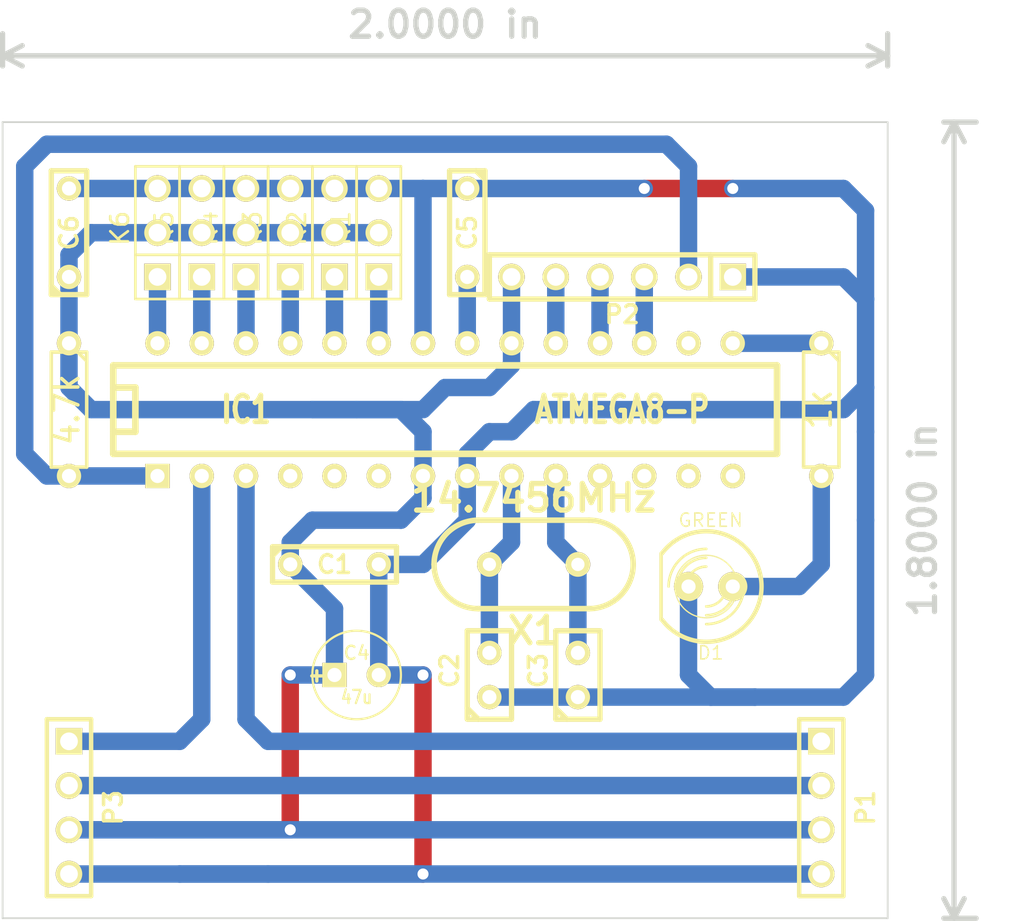
<source format=kicad_pcb>
(kicad_pcb (version 3) (host pcbnew "(22-Jun-2014 BZR 4027)-stable")

  (general
    (links 52)
    (no_connects 0)
    (area 15.189999 16.51 74.72143 67.360001)
    (thickness 1.6)
    (drawings 6)
    (tracks 121)
    (zones 0)
    (modules 20)
    (nets 21)
  )

  (page A4)
  (layers
    (15 F.Cu signal)
    (0 B.Cu signal)
    (16 B.Adhes user)
    (17 F.Adhes user)
    (18 B.Paste user)
    (19 F.Paste user)
    (20 B.SilkS user)
    (21 F.SilkS user)
    (22 B.Mask user)
    (23 F.Mask user)
    (24 Dwgs.User user)
    (25 Cmts.User user)
    (26 Eco1.User user)
    (27 Eco2.User user)
    (28 Edge.Cuts user)
  )

  (setup
    (last_trace_width 0.254)
    (trace_clearance 0.254)
    (zone_clearance 1)
    (zone_45_only no)
    (trace_min 0.254)
    (segment_width 0.2)
    (edge_width 0.1)
    (via_size 0.889)
    (via_drill 0.635)
    (via_min_size 0.889)
    (via_min_drill 0.508)
    (uvia_size 0.508)
    (uvia_drill 0.127)
    (uvias_allowed no)
    (uvia_min_size 0.508)
    (uvia_min_drill 0.127)
    (pcb_text_width 0.3)
    (pcb_text_size 1.5 1.5)
    (mod_edge_width 0.15)
    (mod_text_size 1 1)
    (mod_text_width 0.15)
    (pad_size 1.5 1.5)
    (pad_drill 0.6)
    (pad_to_mask_clearance 0)
    (aux_axis_origin 0 0)
    (visible_elements FFFFFFBF)
    (pcbplotparams
      (layerselection 1)
      (usegerberextensions false)
      (excludeedgelayer false)
      (linewidth 0.150000)
      (plotframeref false)
      (viasonmask true)
      (mode 1)
      (useauxorigin false)
      (hpglpennumber 1)
      (hpglpenspeed 20)
      (hpglpendiameter 15)
      (hpglpenoverlay 2)
      (psnegative false)
      (psa4output false)
      (plotreference true)
      (plotvalue true)
      (plotothertext true)
      (plotinvisibletext false)
      (padsonsilk false)
      (subtractmaskfromsilk false)
      (outputformat 2)
      (mirror false)
      (drillshape 2)
      (scaleselection 1)
      (outputdirectory ""))
  )

  (net 0 "")
  (net 1 +5V)
  (net 2 /BACK)
  (net 3 /RST)
  (net 4 /RXD)
  (net 5 /TXD)
  (net 6 GND)
  (net 7 N-000001)
  (net 8 N-0000010)
  (net 9 N-0000011)
  (net 10 N-000002)
  (net 11 N-0000021)
  (net 12 N-0000023)
  (net 13 N-0000024)
  (net 14 N-0000025)
  (net 15 N-0000026)
  (net 16 N-0000027)
  (net 17 N-0000028)
  (net 18 N-000003)
  (net 19 N-000006)
  (net 20 N-000007)

  (net_class Default "Это класс цепей по умолчанию."
    (clearance 0.254)
    (trace_width 0.254)
    (via_dia 0.889)
    (via_drill 0.635)
    (uvia_dia 0.508)
    (uvia_drill 0.127)
    (add_net "")
    (add_net /BACK)
    (add_net /RST)
    (add_net /RXD)
    (add_net /TXD)
    (add_net N-0000010)
    (add_net N-0000021)
    (add_net N-0000023)
    (add_net N-0000024)
  )

  (net_class Simple ""
    (clearance 0.5)
    (trace_width 1)
    (via_dia 0.889)
    (via_drill 0.635)
    (uvia_dia 0.508)
    (uvia_drill 0.127)
    (add_net +5V)
    (add_net GND)
    (add_net N-000001)
    (add_net N-0000011)
    (add_net N-000002)
    (add_net N-0000025)
    (add_net N-0000026)
    (add_net N-0000027)
    (add_net N-0000028)
    (add_net N-000003)
    (add_net N-000006)
    (add_net N-000007)
  )

  (module R3 (layer F.Cu) (tedit 4E4C0E65) (tstamp 5429E48D)
    (at 62.23 38.1 270)
    (descr "Resitance 3 pas")
    (tags R)
    (path /5429E5B6)
    (autoplace_cost180 10)
    (fp_text reference R2 (at 0 0.127 270) (layer F.SilkS) hide
      (effects (font (size 1.397 1.27) (thickness 0.2032)))
    )
    (fp_text value 1k (at 0 0.127 270) (layer F.SilkS)
      (effects (font (size 1.397 1.27) (thickness 0.2032)))
    )
    (fp_line (start -3.81 0) (end -3.302 0) (layer F.SilkS) (width 0.2032))
    (fp_line (start 3.81 0) (end 3.302 0) (layer F.SilkS) (width 0.2032))
    (fp_line (start 3.302 0) (end 3.302 -1.016) (layer F.SilkS) (width 0.2032))
    (fp_line (start 3.302 -1.016) (end -3.302 -1.016) (layer F.SilkS) (width 0.2032))
    (fp_line (start -3.302 -1.016) (end -3.302 1.016) (layer F.SilkS) (width 0.2032))
    (fp_line (start -3.302 1.016) (end 3.302 1.016) (layer F.SilkS) (width 0.2032))
    (fp_line (start 3.302 1.016) (end 3.302 0) (layer F.SilkS) (width 0.2032))
    (fp_line (start -3.302 -0.508) (end -2.794 -1.016) (layer F.SilkS) (width 0.2032))
    (pad 1 thru_hole circle (at -3.81 0 270) (size 1.397 1.397) (drill 0.8128)
      (layers *.Cu *.Mask F.SilkS)
      (net 19 N-000006)
    )
    (pad 2 thru_hole circle (at 3.81 0 270) (size 1.397 1.397) (drill 0.8128)
      (layers *.Cu *.Mask F.SilkS)
      (net 20 N-000007)
    )
    (model discret/resistor.wrl
      (at (xyz 0 0 0))
      (scale (xyz 0.3 0.3 0.3))
      (rotate (xyz 0 0 0))
    )
  )

  (module R3 (layer F.Cu) (tedit 4E4C0E65) (tstamp 5429E49B)
    (at 19.05 38.1 270)
    (descr "Resitance 3 pas")
    (tags R)
    (path /5429DBA7)
    (autoplace_cost180 10)
    (fp_text reference R1 (at 0 0.127 270) (layer F.SilkS) hide
      (effects (font (size 1.397 1.27) (thickness 0.2032)))
    )
    (fp_text value 4.7k (at 0 0.127 270) (layer F.SilkS)
      (effects (font (size 1.397 1.27) (thickness 0.2032)))
    )
    (fp_line (start -3.81 0) (end -3.302 0) (layer F.SilkS) (width 0.2032))
    (fp_line (start 3.81 0) (end 3.302 0) (layer F.SilkS) (width 0.2032))
    (fp_line (start 3.302 0) (end 3.302 -1.016) (layer F.SilkS) (width 0.2032))
    (fp_line (start 3.302 -1.016) (end -3.302 -1.016) (layer F.SilkS) (width 0.2032))
    (fp_line (start -3.302 -1.016) (end -3.302 1.016) (layer F.SilkS) (width 0.2032))
    (fp_line (start -3.302 1.016) (end 3.302 1.016) (layer F.SilkS) (width 0.2032))
    (fp_line (start 3.302 1.016) (end 3.302 0) (layer F.SilkS) (width 0.2032))
    (fp_line (start -3.302 -0.508) (end -2.794 -1.016) (layer F.SilkS) (width 0.2032))
    (pad 1 thru_hole circle (at -3.81 0 270) (size 1.397 1.397) (drill 0.8128)
      (layers *.Cu *.Mask F.SilkS)
      (net 1 +5V)
    )
    (pad 2 thru_hole circle (at 3.81 0 270) (size 1.397 1.397) (drill 0.8128)
      (layers *.Cu *.Mask F.SilkS)
      (net 3 /RST)
    )
    (model discret/resistor.wrl
      (at (xyz 0 0 0))
      (scale (xyz 0.3 0.3 0.3))
      (rotate (xyz 0 0 0))
    )
  )

  (module PIN_ARRAY_4x1 (layer F.Cu) (tedit 4C10F42E) (tstamp 5429E4A7)
    (at 19.05 60.96 270)
    (descr "Double rangee de contacts 2 x 5 pins")
    (tags CONN)
    (path /5429E19E)
    (fp_text reference P3 (at 0 -2.54 270) (layer F.SilkS)
      (effects (font (size 1.016 1.016) (thickness 0.2032)))
    )
    (fp_text value CONN_4 (at 0 2.54 270) (layer F.SilkS) hide
      (effects (font (size 1.016 1.016) (thickness 0.2032)))
    )
    (fp_line (start 5.08 1.27) (end -5.08 1.27) (layer F.SilkS) (width 0.254))
    (fp_line (start 5.08 -1.27) (end -5.08 -1.27) (layer F.SilkS) (width 0.254))
    (fp_line (start -5.08 -1.27) (end -5.08 1.27) (layer F.SilkS) (width 0.254))
    (fp_line (start 5.08 1.27) (end 5.08 -1.27) (layer F.SilkS) (width 0.254))
    (pad 1 thru_hole rect (at -3.81 0 270) (size 1.524 1.524) (drill 1.016)
      (layers *.Cu *.Mask F.SilkS)
      (net 4 /RXD)
    )
    (pad 2 thru_hole circle (at -1.27 0 270) (size 1.524 1.524) (drill 1.016)
      (layers *.Cu *.Mask F.SilkS)
      (net 2 /BACK)
    )
    (pad 3 thru_hole circle (at 1.27 0 270) (size 1.524 1.524) (drill 1.016)
      (layers *.Cu *.Mask F.SilkS)
      (net 1 +5V)
    )
    (pad 4 thru_hole circle (at 3.81 0 270) (size 1.524 1.524) (drill 1.016)
      (layers *.Cu *.Mask F.SilkS)
      (net 6 GND)
    )
    (model pin_array\pins_array_4x1.wrl
      (at (xyz 0 0 0))
      (scale (xyz 1 1 1))
      (rotate (xyz 0 0 0))
    )
  )

  (module PIN_ARRAY_4x1 (layer F.Cu) (tedit 4C10F42E) (tstamp 5429E4B3)
    (at 62.23 60.96 270)
    (descr "Double rangee de contacts 2 x 5 pins")
    (tags CONN)
    (path /5429E1AD)
    (fp_text reference P1 (at 0 -2.54 270) (layer F.SilkS)
      (effects (font (size 1.016 1.016) (thickness 0.2032)))
    )
    (fp_text value CONN_4 (at 0 2.54 270) (layer F.SilkS) hide
      (effects (font (size 1.016 1.016) (thickness 0.2032)))
    )
    (fp_line (start 5.08 1.27) (end -5.08 1.27) (layer F.SilkS) (width 0.254))
    (fp_line (start 5.08 -1.27) (end -5.08 -1.27) (layer F.SilkS) (width 0.254))
    (fp_line (start -5.08 -1.27) (end -5.08 1.27) (layer F.SilkS) (width 0.254))
    (fp_line (start 5.08 1.27) (end 5.08 -1.27) (layer F.SilkS) (width 0.254))
    (pad 1 thru_hole rect (at -3.81 0 270) (size 1.524 1.524) (drill 1.016)
      (layers *.Cu *.Mask F.SilkS)
      (net 5 /TXD)
    )
    (pad 2 thru_hole circle (at -1.27 0 270) (size 1.524 1.524) (drill 1.016)
      (layers *.Cu *.Mask F.SilkS)
      (net 2 /BACK)
    )
    (pad 3 thru_hole circle (at 1.27 0 270) (size 1.524 1.524) (drill 1.016)
      (layers *.Cu *.Mask F.SilkS)
      (net 1 +5V)
    )
    (pad 4 thru_hole circle (at 3.81 0 270) (size 1.524 1.524) (drill 1.016)
      (layers *.Cu *.Mask F.SilkS)
      (net 6 GND)
    )
    (model pin_array\pins_array_4x1.wrl
      (at (xyz 0 0 0))
      (scale (xyz 1 1 1))
      (rotate (xyz 0 0 0))
    )
  )

  (module PIN_ARRAY_3X1 (layer F.Cu) (tedit 4C1130E0) (tstamp 5429E7B5)
    (at 36.83 27.94 90)
    (descr "Connecteur 3 pins")
    (tags "CONN DEV")
    (path /5429DCA7)
    (fp_text reference K1 (at 0.254 -2.159 90) (layer F.SilkS)
      (effects (font (size 1.016 1.016) (thickness 0.1524)))
    )
    (fp_text value CONN_3 (at 0 -2.159 90) (layer F.SilkS) hide
      (effects (font (size 1.016 1.016) (thickness 0.1524)))
    )
    (fp_line (start -3.81 1.27) (end -3.81 -1.27) (layer F.SilkS) (width 0.1524))
    (fp_line (start -3.81 -1.27) (end 3.81 -1.27) (layer F.SilkS) (width 0.1524))
    (fp_line (start 3.81 -1.27) (end 3.81 1.27) (layer F.SilkS) (width 0.1524))
    (fp_line (start 3.81 1.27) (end -3.81 1.27) (layer F.SilkS) (width 0.1524))
    (fp_line (start -1.27 -1.27) (end -1.27 1.27) (layer F.SilkS) (width 0.1524))
    (pad 1 thru_hole rect (at -2.54 0 90) (size 1.524 1.524) (drill 1.016)
      (layers *.Cu *.Mask F.SilkS)
      (net 11 N-0000021)
    )
    (pad 2 thru_hole circle (at 0 0 90) (size 1.524 1.524) (drill 1.016)
      (layers *.Cu *.Mask F.SilkS)
      (net 1 +5V)
    )
    (pad 3 thru_hole circle (at 2.54 0 90) (size 1.524 1.524) (drill 1.016)
      (layers *.Cu *.Mask F.SilkS)
      (net 6 GND)
    )
    (model pin_array/pins_array_3x1.wrl
      (at (xyz 0 0 0))
      (scale (xyz 1 1 1))
      (rotate (xyz 0 0 0))
    )
  )

  (module PIN_ARRAY_3X1 (layer F.Cu) (tedit 4C1130E0) (tstamp 5429E7C2)
    (at 34.29 27.94 90)
    (descr "Connecteur 3 pins")
    (tags "CONN DEV")
    (path /5429DCC0)
    (fp_text reference K2 (at 0.254 -2.159 90) (layer F.SilkS)
      (effects (font (size 1.016 1.016) (thickness 0.1524)))
    )
    (fp_text value CONN_3 (at 0 -2.159 90) (layer F.SilkS) hide
      (effects (font (size 1.016 1.016) (thickness 0.1524)))
    )
    (fp_line (start -3.81 1.27) (end -3.81 -1.27) (layer F.SilkS) (width 0.1524))
    (fp_line (start -3.81 -1.27) (end 3.81 -1.27) (layer F.SilkS) (width 0.1524))
    (fp_line (start 3.81 -1.27) (end 3.81 1.27) (layer F.SilkS) (width 0.1524))
    (fp_line (start 3.81 1.27) (end -3.81 1.27) (layer F.SilkS) (width 0.1524))
    (fp_line (start -1.27 -1.27) (end -1.27 1.27) (layer F.SilkS) (width 0.1524))
    (pad 1 thru_hole rect (at -2.54 0 90) (size 1.524 1.524) (drill 1.016)
      (layers *.Cu *.Mask F.SilkS)
      (net 18 N-000003)
    )
    (pad 2 thru_hole circle (at 0 0 90) (size 1.524 1.524) (drill 1.016)
      (layers *.Cu *.Mask F.SilkS)
      (net 1 +5V)
    )
    (pad 3 thru_hole circle (at 2.54 0 90) (size 1.524 1.524) (drill 1.016)
      (layers *.Cu *.Mask F.SilkS)
      (net 6 GND)
    )
    (model pin_array/pins_array_3x1.wrl
      (at (xyz 0 0 0))
      (scale (xyz 1 1 1))
      (rotate (xyz 0 0 0))
    )
  )

  (module PIN_ARRAY_3X1 (layer F.Cu) (tedit 4C1130E0) (tstamp 5429E7CF)
    (at 31.75 27.94 90)
    (descr "Connecteur 3 pins")
    (tags "CONN DEV")
    (path /5429DCCF)
    (fp_text reference K3 (at 0.254 -2.159 90) (layer F.SilkS)
      (effects (font (size 1.016 1.016) (thickness 0.1524)))
    )
    (fp_text value CONN_3 (at 0 -2.159 90) (layer F.SilkS) hide
      (effects (font (size 1.016 1.016) (thickness 0.1524)))
    )
    (fp_line (start -3.81 1.27) (end -3.81 -1.27) (layer F.SilkS) (width 0.1524))
    (fp_line (start -3.81 -1.27) (end 3.81 -1.27) (layer F.SilkS) (width 0.1524))
    (fp_line (start 3.81 -1.27) (end 3.81 1.27) (layer F.SilkS) (width 0.1524))
    (fp_line (start 3.81 1.27) (end -3.81 1.27) (layer F.SilkS) (width 0.1524))
    (fp_line (start -1.27 -1.27) (end -1.27 1.27) (layer F.SilkS) (width 0.1524))
    (pad 1 thru_hole rect (at -2.54 0 90) (size 1.524 1.524) (drill 1.016)
      (layers *.Cu *.Mask F.SilkS)
      (net 10 N-000002)
    )
    (pad 2 thru_hole circle (at 0 0 90) (size 1.524 1.524) (drill 1.016)
      (layers *.Cu *.Mask F.SilkS)
      (net 1 +5V)
    )
    (pad 3 thru_hole circle (at 2.54 0 90) (size 1.524 1.524) (drill 1.016)
      (layers *.Cu *.Mask F.SilkS)
      (net 6 GND)
    )
    (model pin_array/pins_array_3x1.wrl
      (at (xyz 0 0 0))
      (scale (xyz 1 1 1))
      (rotate (xyz 0 0 0))
    )
  )

  (module PIN_ARRAY_3X1 (layer F.Cu) (tedit 4C1130E0) (tstamp 5429E7DC)
    (at 29.21 27.94 90)
    (descr "Connecteur 3 pins")
    (tags "CONN DEV")
    (path /5429DCDE)
    (fp_text reference K4 (at 0.254 -2.159 90) (layer F.SilkS)
      (effects (font (size 1.016 1.016) (thickness 0.1524)))
    )
    (fp_text value CONN_3 (at 0 -2.159 90) (layer F.SilkS) hide
      (effects (font (size 1.016 1.016) (thickness 0.1524)))
    )
    (fp_line (start -3.81 1.27) (end -3.81 -1.27) (layer F.SilkS) (width 0.1524))
    (fp_line (start -3.81 -1.27) (end 3.81 -1.27) (layer F.SilkS) (width 0.1524))
    (fp_line (start 3.81 -1.27) (end 3.81 1.27) (layer F.SilkS) (width 0.1524))
    (fp_line (start 3.81 1.27) (end -3.81 1.27) (layer F.SilkS) (width 0.1524))
    (fp_line (start -1.27 -1.27) (end -1.27 1.27) (layer F.SilkS) (width 0.1524))
    (pad 1 thru_hole rect (at -2.54 0 90) (size 1.524 1.524) (drill 1.016)
      (layers *.Cu *.Mask F.SilkS)
      (net 7 N-000001)
    )
    (pad 2 thru_hole circle (at 0 0 90) (size 1.524 1.524) (drill 1.016)
      (layers *.Cu *.Mask F.SilkS)
      (net 1 +5V)
    )
    (pad 3 thru_hole circle (at 2.54 0 90) (size 1.524 1.524) (drill 1.016)
      (layers *.Cu *.Mask F.SilkS)
      (net 6 GND)
    )
    (model pin_array/pins_array_3x1.wrl
      (at (xyz 0 0 0))
      (scale (xyz 1 1 1))
      (rotate (xyz 0 0 0))
    )
  )

  (module PIN_ARRAY_3X1 (layer F.Cu) (tedit 4C1130E0) (tstamp 5429E7E9)
    (at 26.67 27.94 90)
    (descr "Connecteur 3 pins")
    (tags "CONN DEV")
    (path /5429DCED)
    (fp_text reference K5 (at 0.254 -2.159 90) (layer F.SilkS)
      (effects (font (size 1.016 1.016) (thickness 0.1524)))
    )
    (fp_text value CONN_3 (at 0 -2.159 90) (layer F.SilkS) hide
      (effects (font (size 1.016 1.016) (thickness 0.1524)))
    )
    (fp_line (start -3.81 1.27) (end -3.81 -1.27) (layer F.SilkS) (width 0.1524))
    (fp_line (start -3.81 -1.27) (end 3.81 -1.27) (layer F.SilkS) (width 0.1524))
    (fp_line (start 3.81 -1.27) (end 3.81 1.27) (layer F.SilkS) (width 0.1524))
    (fp_line (start 3.81 1.27) (end -3.81 1.27) (layer F.SilkS) (width 0.1524))
    (fp_line (start -1.27 -1.27) (end -1.27 1.27) (layer F.SilkS) (width 0.1524))
    (pad 1 thru_hole rect (at -2.54 0 90) (size 1.524 1.524) (drill 1.016)
      (layers *.Cu *.Mask F.SilkS)
      (net 9 N-0000011)
    )
    (pad 2 thru_hole circle (at 0 0 90) (size 1.524 1.524) (drill 1.016)
      (layers *.Cu *.Mask F.SilkS)
      (net 1 +5V)
    )
    (pad 3 thru_hole circle (at 2.54 0 90) (size 1.524 1.524) (drill 1.016)
      (layers *.Cu *.Mask F.SilkS)
      (net 6 GND)
    )
    (model pin_array/pins_array_3x1.wrl
      (at (xyz 0 0 0))
      (scale (xyz 1 1 1))
      (rotate (xyz 0 0 0))
    )
  )

  (module PIN_ARRAY_3X1 (layer F.Cu) (tedit 4C1130E0) (tstamp 5429E7F6)
    (at 24.13 27.94 90)
    (descr "Connecteur 3 pins")
    (tags "CONN DEV")
    (path /5429DCFC)
    (fp_text reference K6 (at 0.254 -2.159 90) (layer F.SilkS)
      (effects (font (size 1.016 1.016) (thickness 0.1524)))
    )
    (fp_text value CONN_3 (at 0 -2.159 90) (layer F.SilkS) hide
      (effects (font (size 1.016 1.016) (thickness 0.1524)))
    )
    (fp_line (start -3.81 1.27) (end -3.81 -1.27) (layer F.SilkS) (width 0.1524))
    (fp_line (start -3.81 -1.27) (end 3.81 -1.27) (layer F.SilkS) (width 0.1524))
    (fp_line (start 3.81 -1.27) (end 3.81 1.27) (layer F.SilkS) (width 0.1524))
    (fp_line (start 3.81 1.27) (end -3.81 1.27) (layer F.SilkS) (width 0.1524))
    (fp_line (start -1.27 -1.27) (end -1.27 1.27) (layer F.SilkS) (width 0.1524))
    (pad 1 thru_hole rect (at -2.54 0 90) (size 1.524 1.524) (drill 1.016)
      (layers *.Cu *.Mask F.SilkS)
      (net 8 N-0000010)
    )
    (pad 2 thru_hole circle (at 0 0 90) (size 1.524 1.524) (drill 1.016)
      (layers *.Cu *.Mask F.SilkS)
      (net 1 +5V)
    )
    (pad 3 thru_hole circle (at 2.54 0 90) (size 1.524 1.524) (drill 1.016)
      (layers *.Cu *.Mask F.SilkS)
      (net 6 GND)
    )
    (model pin_array/pins_array_3x1.wrl
      (at (xyz 0 0 0))
      (scale (xyz 1 1 1))
      (rotate (xyz 0 0 0))
    )
  )

  (module PIN_ARRAY-6X1 (layer F.Cu) (tedit 41402119) (tstamp 5429E50A)
    (at 50.8 30.48 180)
    (descr "Connecteur 6 pins")
    (tags "CONN DEV")
    (path /5429DB40)
    (fp_text reference P2 (at 0 -2.159 180) (layer F.SilkS)
      (effects (font (size 1.016 1.016) (thickness 0.2032)))
    )
    (fp_text value CONN_6 (at 0 2.159 180) (layer F.SilkS) hide
      (effects (font (size 1.016 0.889) (thickness 0.2032)))
    )
    (fp_line (start -7.62 1.27) (end -7.62 -1.27) (layer F.SilkS) (width 0.3048))
    (fp_line (start -7.62 -1.27) (end 7.62 -1.27) (layer F.SilkS) (width 0.3048))
    (fp_line (start 7.62 -1.27) (end 7.62 1.27) (layer F.SilkS) (width 0.3048))
    (fp_line (start 7.62 1.27) (end -7.62 1.27) (layer F.SilkS) (width 0.3048))
    (fp_line (start -5.08 1.27) (end -5.08 -1.27) (layer F.SilkS) (width 0.3048))
    (pad 1 thru_hole rect (at -6.35 0 180) (size 1.524 1.524) (drill 1.016)
      (layers *.Cu *.Mask F.SilkS)
      (net 6 GND)
    )
    (pad 2 thru_hole circle (at -3.81 0 180) (size 1.524 1.524) (drill 1.016)
      (layers *.Cu *.Mask F.SilkS)
      (net 3 /RST)
    )
    (pad 3 thru_hole circle (at -1.27 0 180) (size 1.524 1.524) (drill 1.016)
      (layers *.Cu *.Mask F.SilkS)
      (net 12 N-0000023)
    )
    (pad 4 thru_hole circle (at 1.27 0 180) (size 1.524 1.524) (drill 1.016)
      (layers *.Cu *.Mask F.SilkS)
      (net 13 N-0000024)
    )
    (pad 5 thru_hole circle (at 3.81 0 180) (size 1.524 1.524) (drill 1.016)
      (layers *.Cu *.Mask F.SilkS)
      (net 14 N-0000025)
    )
    (pad 6 thru_hole circle (at 6.35 0 180) (size 1.524 1.524) (drill 1.016)
      (layers *.Cu *.Mask F.SilkS)
      (net 1 +5V)
    )
    (model pin_array/pins_array_6x1.wrl
      (at (xyz 0 0 0))
      (scale (xyz 1 1 1))
      (rotate (xyz 0 0 0))
    )
  )

  (module LED-5MM (layer F.Cu) (tedit 50ADE86B) (tstamp 5429E519)
    (at 55.88 48.26 180)
    (descr "LED 5mm - Lead pitch 100mil (2,54mm)")
    (tags "LED led 5mm 5MM 100mil 2,54mm")
    (path /5429E5C5)
    (fp_text reference D1 (at 0 -3.81 180) (layer F.SilkS)
      (effects (font (size 0.762 0.762) (thickness 0.0889)))
    )
    (fp_text value GREEN (at 0 3.81 180) (layer F.SilkS)
      (effects (font (size 0.762 0.762) (thickness 0.0889)))
    )
    (fp_line (start 2.8448 1.905) (end 2.8448 -1.905) (layer F.SilkS) (width 0.2032))
    (fp_circle (center 0.254 0) (end -1.016 1.27) (layer F.SilkS) (width 0.0762))
    (fp_arc (start 0.254 0) (end 2.794 1.905) (angle 286.2) (layer F.SilkS) (width 0.254))
    (fp_arc (start 0.254 0) (end -0.889 0) (angle 90) (layer F.SilkS) (width 0.1524))
    (fp_arc (start 0.254 0) (end 1.397 0) (angle 90) (layer F.SilkS) (width 0.1524))
    (fp_arc (start 0.254 0) (end -1.397 0) (angle 90) (layer F.SilkS) (width 0.1524))
    (fp_arc (start 0.254 0) (end 1.905 0) (angle 90) (layer F.SilkS) (width 0.1524))
    (fp_arc (start 0.254 0) (end -1.905 0) (angle 90) (layer F.SilkS) (width 0.1524))
    (fp_arc (start 0.254 0) (end 2.413 0) (angle 90) (layer F.SilkS) (width 0.1524))
    (pad 1 thru_hole circle (at -1.27 0 180) (size 1.6764 1.6764) (drill 0.8128)
      (layers *.Cu *.Mask F.SilkS)
      (net 20 N-000007)
    )
    (pad 2 thru_hole circle (at 1.27 0 180) (size 1.6764 1.6764) (drill 0.8128)
      (layers *.Cu *.Mask F.SilkS)
      (net 6 GND)
    )
    (model discret/leds/led5_vertical_verde.wrl
      (at (xyz 0 0 0))
      (scale (xyz 1 1 1))
      (rotate (xyz 0 0 0))
    )
  )

  (module HC-49V (layer F.Cu) (tedit 4C5EC450) (tstamp 5429E525)
    (at 45.72 46.99 180)
    (descr "Quartz boitier HC-49 Vertical")
    (tags "QUARTZ DEV")
    (path /5429D522)
    (autoplace_cost180 10)
    (fp_text reference X1 (at 0 -3.81 180) (layer F.SilkS)
      (effects (font (size 1.524 1.524) (thickness 0.3048)))
    )
    (fp_text value 14.7456MHz (at 0 3.81 180) (layer F.SilkS)
      (effects (font (size 1.524 1.524) (thickness 0.3048)))
    )
    (fp_line (start -3.175 2.54) (end 3.175 2.54) (layer F.SilkS) (width 0.3175))
    (fp_line (start -3.175 -2.54) (end 3.175 -2.54) (layer F.SilkS) (width 0.3175))
    (fp_arc (start 3.175 0) (end 3.175 -2.54) (angle 90) (layer F.SilkS) (width 0.3175))
    (fp_arc (start 3.175 0) (end 5.715 0) (angle 90) (layer F.SilkS) (width 0.3175))
    (fp_arc (start -3.175 0) (end -5.715 0) (angle 90) (layer F.SilkS) (width 0.3175))
    (fp_arc (start -3.175 0) (end -3.175 2.54) (angle 90) (layer F.SilkS) (width 0.3175))
    (pad 1 thru_hole circle (at -2.54 0 180) (size 1.4224 1.4224) (drill 0.762)
      (layers *.Cu *.Mask F.SilkS)
      (net 16 N-0000027)
    )
    (pad 2 thru_hole circle (at 2.54 0 180) (size 1.4224 1.4224) (drill 0.762)
      (layers *.Cu *.Mask F.SilkS)
      (net 17 N-0000028)
    )
    (model discret/xtal/crystal_hc18u_vertical.wrl
      (at (xyz 0 0 0))
      (scale (xyz 1 1 0.2))
      (rotate (xyz 0 0 0))
    )
  )

  (module C2 (layer F.Cu) (tedit 200000) (tstamp 5429E7A8)
    (at 34.29 46.99)
    (descr "Condensateur = 2 pas")
    (tags C)
    (path /5429E88D)
    (fp_text reference C1 (at 0 0) (layer F.SilkS)
      (effects (font (size 1.016 1.016) (thickness 0.2032)))
    )
    (fp_text value 100n (at 0 0) (layer F.SilkS) hide
      (effects (font (size 1.016 1.016) (thickness 0.2032)))
    )
    (fp_line (start -3.556 -1.016) (end 3.556 -1.016) (layer F.SilkS) (width 0.3048))
    (fp_line (start 3.556 -1.016) (end 3.556 1.016) (layer F.SilkS) (width 0.3048))
    (fp_line (start 3.556 1.016) (end -3.556 1.016) (layer F.SilkS) (width 0.3048))
    (fp_line (start -3.556 1.016) (end -3.556 -1.016) (layer F.SilkS) (width 0.3048))
    (fp_line (start -3.556 -0.508) (end -3.048 -1.016) (layer F.SilkS) (width 0.3048))
    (pad 1 thru_hole circle (at -2.54 0) (size 1.397 1.397) (drill 0.8128)
      (layers *.Cu *.Mask F.SilkS)
      (net 1 +5V)
    )
    (pad 2 thru_hole circle (at 2.54 0) (size 1.397 1.397) (drill 0.8128)
      (layers *.Cu *.Mask F.SilkS)
      (net 6 GND)
    )
    (model discret/capa_2pas_5x5mm.wrl
      (at (xyz 0 0 0))
      (scale (xyz 1 1 1))
      (rotate (xyz 0 0 0))
    )
  )

  (module C2 (layer F.Cu) (tedit 200000) (tstamp 5429E542)
    (at 19.05 27.94 90)
    (descr "Condensateur = 2 pas")
    (tags C)
    (path /5429E434)
    (fp_text reference C6 (at 0 0 90) (layer F.SilkS)
      (effects (font (size 1.016 1.016) (thickness 0.2032)))
    )
    (fp_text value 100n (at 0 0 90) (layer F.SilkS) hide
      (effects (font (size 1.016 1.016) (thickness 0.2032)))
    )
    (fp_line (start -3.556 -1.016) (end 3.556 -1.016) (layer F.SilkS) (width 0.3048))
    (fp_line (start 3.556 -1.016) (end 3.556 1.016) (layer F.SilkS) (width 0.3048))
    (fp_line (start 3.556 1.016) (end -3.556 1.016) (layer F.SilkS) (width 0.3048))
    (fp_line (start -3.556 1.016) (end -3.556 -1.016) (layer F.SilkS) (width 0.3048))
    (fp_line (start -3.556 -0.508) (end -3.048 -1.016) (layer F.SilkS) (width 0.3048))
    (pad 1 thru_hole circle (at -2.54 0 90) (size 1.397 1.397) (drill 0.8128)
      (layers *.Cu *.Mask F.SilkS)
      (net 1 +5V)
    )
    (pad 2 thru_hole circle (at 2.54 0 90) (size 1.397 1.397) (drill 0.8128)
      (layers *.Cu *.Mask F.SilkS)
      (net 6 GND)
    )
    (model discret/capa_2pas_5x5mm.wrl
      (at (xyz 0 0 0))
      (scale (xyz 1 1 1))
      (rotate (xyz 0 0 0))
    )
  )

  (module C2 (layer F.Cu) (tedit 200000) (tstamp 5429E54D)
    (at 41.91 27.94 270)
    (descr "Condensateur = 2 pas")
    (tags C)
    (path /5429D42D)
    (fp_text reference C5 (at 0 0 270) (layer F.SilkS)
      (effects (font (size 1.016 1.016) (thickness 0.2032)))
    )
    (fp_text value 100n (at 0 0 270) (layer F.SilkS) hide
      (effects (font (size 1.016 1.016) (thickness 0.2032)))
    )
    (fp_line (start -3.556 -1.016) (end 3.556 -1.016) (layer F.SilkS) (width 0.3048))
    (fp_line (start 3.556 -1.016) (end 3.556 1.016) (layer F.SilkS) (width 0.3048))
    (fp_line (start 3.556 1.016) (end -3.556 1.016) (layer F.SilkS) (width 0.3048))
    (fp_line (start -3.556 1.016) (end -3.556 -1.016) (layer F.SilkS) (width 0.3048))
    (fp_line (start -3.556 -0.508) (end -3.048 -1.016) (layer F.SilkS) (width 0.3048))
    (pad 1 thru_hole circle (at -2.54 0 270) (size 1.397 1.397) (drill 0.8128)
      (layers *.Cu *.Mask F.SilkS)
      (net 6 GND)
    )
    (pad 2 thru_hole circle (at 2.54 0 270) (size 1.397 1.397) (drill 0.8128)
      (layers *.Cu *.Mask F.SilkS)
      (net 15 N-0000026)
    )
    (model discret/capa_2pas_5x5mm.wrl
      (at (xyz 0 0 0))
      (scale (xyz 1 1 1))
      (rotate (xyz 0 0 0))
    )
  )

  (module C1 (layer F.Cu) (tedit 3F92C496) (tstamp 5429E558)
    (at 48.26 53.34 90)
    (descr "Condensateur e = 1 pas")
    (tags C)
    (path /5429D540)
    (fp_text reference C3 (at 0.254 -2.286 90) (layer F.SilkS)
      (effects (font (size 1.016 1.016) (thickness 0.2032)))
    )
    (fp_text value 22p (at 0 -2.286 90) (layer F.SilkS) hide
      (effects (font (size 1.016 1.016) (thickness 0.2032)))
    )
    (fp_line (start -2.4892 -1.27) (end 2.54 -1.27) (layer F.SilkS) (width 0.3048))
    (fp_line (start 2.54 -1.27) (end 2.54 1.27) (layer F.SilkS) (width 0.3048))
    (fp_line (start 2.54 1.27) (end -2.54 1.27) (layer F.SilkS) (width 0.3048))
    (fp_line (start -2.54 1.27) (end -2.54 -1.27) (layer F.SilkS) (width 0.3048))
    (fp_line (start -2.54 -0.635) (end -1.905 -1.27) (layer F.SilkS) (width 0.3048))
    (pad 1 thru_hole circle (at -1.27 0 90) (size 1.397 1.397) (drill 0.8128)
      (layers *.Cu *.Mask F.SilkS)
      (net 6 GND)
    )
    (pad 2 thru_hole circle (at 1.27 0 90) (size 1.397 1.397) (drill 0.8128)
      (layers *.Cu *.Mask F.SilkS)
      (net 16 N-0000027)
    )
    (model discret/capa_1_pas.wrl
      (at (xyz 0 0 0))
      (scale (xyz 1 1 1))
      (rotate (xyz 0 0 0))
    )
  )

  (module C1 (layer F.Cu) (tedit 3F92C496) (tstamp 5429E563)
    (at 43.18 53.34 90)
    (descr "Condensateur e = 1 pas")
    (tags C)
    (path /5429D531)
    (fp_text reference C2 (at 0.254 -2.286 90) (layer F.SilkS)
      (effects (font (size 1.016 1.016) (thickness 0.2032)))
    )
    (fp_text value 22p (at 0 -2.286 90) (layer F.SilkS) hide
      (effects (font (size 1.016 1.016) (thickness 0.2032)))
    )
    (fp_line (start -2.4892 -1.27) (end 2.54 -1.27) (layer F.SilkS) (width 0.3048))
    (fp_line (start 2.54 -1.27) (end 2.54 1.27) (layer F.SilkS) (width 0.3048))
    (fp_line (start 2.54 1.27) (end -2.54 1.27) (layer F.SilkS) (width 0.3048))
    (fp_line (start -2.54 1.27) (end -2.54 -1.27) (layer F.SilkS) (width 0.3048))
    (fp_line (start -2.54 -0.635) (end -1.905 -1.27) (layer F.SilkS) (width 0.3048))
    (pad 1 thru_hole circle (at -1.27 0 90) (size 1.397 1.397) (drill 0.8128)
      (layers *.Cu *.Mask F.SilkS)
      (net 6 GND)
    )
    (pad 2 thru_hole circle (at 1.27 0 90) (size 1.397 1.397) (drill 0.8128)
      (layers *.Cu *.Mask F.SilkS)
      (net 17 N-0000028)
    )
    (model discret/capa_1_pas.wrl
      (at (xyz 0 0 0))
      (scale (xyz 1 1 1))
      (rotate (xyz 0 0 0))
    )
  )

  (module DIP-28__300 (layer F.Cu) (tedit 200000) (tstamp 5429E58A)
    (at 40.64 38.1)
    (descr "28 pins DIL package, round pads, width 300mil")
    (tags DIL)
    (path /5429D1C0)
    (fp_text reference IC1 (at -11.43 0) (layer F.SilkS)
      (effects (font (size 1.524 1.143) (thickness 0.3048)))
    )
    (fp_text value ATMEGA8-P (at 10.16 0) (layer F.SilkS)
      (effects (font (size 1.524 1.143) (thickness 0.3048)))
    )
    (fp_line (start -19.05 -2.54) (end 19.05 -2.54) (layer F.SilkS) (width 0.381))
    (fp_line (start 19.05 -2.54) (end 19.05 2.54) (layer F.SilkS) (width 0.381))
    (fp_line (start 19.05 2.54) (end -19.05 2.54) (layer F.SilkS) (width 0.381))
    (fp_line (start -19.05 2.54) (end -19.05 -2.54) (layer F.SilkS) (width 0.381))
    (fp_line (start -19.05 -1.27) (end -17.78 -1.27) (layer F.SilkS) (width 0.381))
    (fp_line (start -17.78 -1.27) (end -17.78 1.27) (layer F.SilkS) (width 0.381))
    (fp_line (start -17.78 1.27) (end -19.05 1.27) (layer F.SilkS) (width 0.381))
    (pad 2 thru_hole circle (at -13.97 3.81) (size 1.397 1.397) (drill 0.8128)
      (layers *.Cu *.Mask F.SilkS)
      (net 4 /RXD)
    )
    (pad 3 thru_hole circle (at -11.43 3.81) (size 1.397 1.397) (drill 0.8128)
      (layers *.Cu *.Mask F.SilkS)
      (net 5 /TXD)
    )
    (pad 4 thru_hole circle (at -8.89 3.81) (size 1.397 1.397) (drill 0.8128)
      (layers *.Cu *.Mask F.SilkS)
    )
    (pad 5 thru_hole circle (at -6.35 3.81) (size 1.397 1.397) (drill 0.8128)
      (layers *.Cu *.Mask F.SilkS)
    )
    (pad 6 thru_hole circle (at -3.81 3.81) (size 1.397 1.397) (drill 0.8128)
      (layers *.Cu *.Mask F.SilkS)
    )
    (pad 7 thru_hole circle (at -1.27 3.81) (size 1.397 1.397) (drill 0.8128)
      (layers *.Cu *.Mask F.SilkS)
      (net 1 +5V)
    )
    (pad 8 thru_hole circle (at 1.27 3.81) (size 1.397 1.397) (drill 0.8128)
      (layers *.Cu *.Mask F.SilkS)
      (net 6 GND)
    )
    (pad 9 thru_hole circle (at 3.81 3.81) (size 1.397 1.397) (drill 0.8128)
      (layers *.Cu *.Mask F.SilkS)
      (net 17 N-0000028)
    )
    (pad 10 thru_hole circle (at 6.35 3.81) (size 1.397 1.397) (drill 0.8128)
      (layers *.Cu *.Mask F.SilkS)
      (net 16 N-0000027)
    )
    (pad 11 thru_hole circle (at 8.89 3.81) (size 1.397 1.397) (drill 0.8128)
      (layers *.Cu *.Mask F.SilkS)
    )
    (pad 12 thru_hole circle (at 11.43 3.81) (size 1.397 1.397) (drill 0.8128)
      (layers *.Cu *.Mask F.SilkS)
    )
    (pad 13 thru_hole circle (at 13.97 3.81) (size 1.397 1.397) (drill 0.8128)
      (layers *.Cu *.Mask F.SilkS)
    )
    (pad 14 thru_hole circle (at 16.51 3.81) (size 1.397 1.397) (drill 0.8128)
      (layers *.Cu *.Mask F.SilkS)
    )
    (pad 1 thru_hole rect (at -16.51 3.81) (size 1.397 1.397) (drill 0.8128)
      (layers *.Cu *.Mask F.SilkS)
      (net 3 /RST)
    )
    (pad 15 thru_hole circle (at 16.51 -3.81) (size 1.397 1.397) (drill 0.8128)
      (layers *.Cu *.Mask F.SilkS)
      (net 19 N-000006)
    )
    (pad 16 thru_hole circle (at 13.97 -3.81) (size 1.397 1.397) (drill 0.8128)
      (layers *.Cu *.Mask F.SilkS)
    )
    (pad 17 thru_hole circle (at 11.43 -3.81) (size 1.397 1.397) (drill 0.8128)
      (layers *.Cu *.Mask F.SilkS)
      (net 12 N-0000023)
    )
    (pad 18 thru_hole circle (at 8.89 -3.81) (size 1.397 1.397) (drill 0.8128)
      (layers *.Cu *.Mask F.SilkS)
      (net 13 N-0000024)
    )
    (pad 19 thru_hole circle (at 6.35 -3.81) (size 1.397 1.397) (drill 0.8128)
      (layers *.Cu *.Mask F.SilkS)
      (net 14 N-0000025)
    )
    (pad 20 thru_hole circle (at 3.81 -3.81) (size 1.397 1.397) (drill 0.8128)
      (layers *.Cu *.Mask F.SilkS)
      (net 1 +5V)
    )
    (pad 21 thru_hole circle (at 1.27 -3.81) (size 1.397 1.397) (drill 0.8128)
      (layers *.Cu *.Mask F.SilkS)
      (net 15 N-0000026)
    )
    (pad 22 thru_hole circle (at -1.27 -3.81) (size 1.397 1.397) (drill 0.8128)
      (layers *.Cu *.Mask F.SilkS)
      (net 6 GND)
    )
    (pad 23 thru_hole circle (at -3.81 -3.81) (size 1.397 1.397) (drill 0.8128)
      (layers *.Cu *.Mask F.SilkS)
      (net 11 N-0000021)
    )
    (pad 24 thru_hole circle (at -6.35 -3.81) (size 1.397 1.397) (drill 0.8128)
      (layers *.Cu *.Mask F.SilkS)
      (net 18 N-000003)
    )
    (pad 25 thru_hole circle (at -8.89 -3.81) (size 1.397 1.397) (drill 0.8128)
      (layers *.Cu *.Mask F.SilkS)
      (net 10 N-000002)
    )
    (pad 26 thru_hole circle (at -11.43 -3.81) (size 1.397 1.397) (drill 0.8128)
      (layers *.Cu *.Mask F.SilkS)
      (net 7 N-000001)
    )
    (pad 27 thru_hole circle (at -13.97 -3.81) (size 1.397 1.397) (drill 0.8128)
      (layers *.Cu *.Mask F.SilkS)
      (net 9 N-0000011)
    )
    (pad 28 thru_hole circle (at -16.51 -3.81) (size 1.397 1.397) (drill 0.8128)
      (layers *.Cu *.Mask F.SilkS)
      (net 8 N-0000010)
    )
    (model dil/dil_28-w300.wrl
      (at (xyz 0 0 0))
      (scale (xyz 1 1 1))
      (rotate (xyz 0 0 0))
    )
  )

  (module C1V5 (layer F.Cu) (tedit 3E070CF4) (tstamp 5429E52C)
    (at 35.56 53.34)
    (descr "Condensateur e = 1 pas")
    (tags C)
    (path /5429E443)
    (fp_text reference C4 (at 0 -1.26746) (layer F.SilkS)
      (effects (font (size 0.762 0.762) (thickness 0.127)))
    )
    (fp_text value 47u (at 0 1.27) (layer F.SilkS)
      (effects (font (size 0.762 0.635) (thickness 0.127)))
    )
    (fp_text user + (at -2.286 0) (layer F.SilkS)
      (effects (font (size 0.762 0.762) (thickness 0.2032)))
    )
    (fp_circle (center 0 0) (end 0.127 -2.54) (layer F.SilkS) (width 0.127))
    (pad 1 thru_hole rect (at -1.27 0) (size 1.397 1.397) (drill 0.8128)
      (layers *.Cu *.Mask F.SilkS)
      (net 1 +5V)
    )
    (pad 2 thru_hole circle (at 1.27 0) (size 1.397 1.397) (drill 0.8128)
      (layers *.Cu *.Mask F.SilkS)
      (net 6 GND)
    )
    (model discret/c_vert_c1v5.wrl
      (at (xyz 0 0 0))
      (scale (xyz 1 1 1))
      (rotate (xyz 0 0 0))
    )
  )

  (dimension 45.72 (width 0.3) (layer Edge.Cuts)
    (gr_text "45,720 мм" (at 68.500001 44.45 270) (layer Edge.Cuts)
      (effects (font (size 1.5 1.5) (thickness 0.3)))
    )
    (feature1 (pts (xy 71.12 67.31) (xy 67.150001 67.31)))
    (feature2 (pts (xy 71.12 21.59) (xy 67.150001 21.59)))
    (crossbar (pts (xy 69.850001 21.59) (xy 69.850001 67.31)))
    (arrow1a (pts (xy 69.850001 67.31) (xy 69.263581 66.183497)))
    (arrow1b (pts (xy 69.850001 67.31) (xy 70.436421 66.183497)))
    (arrow2a (pts (xy 69.850001 21.59) (xy 69.263581 22.716503)))
    (arrow2b (pts (xy 69.850001 21.59) (xy 70.436421 22.716503)))
  )
  (dimension 50.8 (width 0.3) (layer Edge.Cuts)
    (gr_text "50,800 мм" (at 40.64 19.129999) (layer Edge.Cuts)
      (effects (font (size 1.5 1.5) (thickness 0.3)))
    )
    (feature1 (pts (xy 66.04 16.51) (xy 66.04 20.479999)))
    (feature2 (pts (xy 15.24 16.51) (xy 15.24 20.479999)))
    (crossbar (pts (xy 15.24 17.779999) (xy 66.04 17.779999)))
    (arrow1a (pts (xy 66.04 17.779999) (xy 64.913497 18.366419)))
    (arrow1b (pts (xy 66.04 17.779999) (xy 64.913497 17.193579)))
    (arrow2a (pts (xy 15.24 17.779999) (xy 16.366503 18.366419)))
    (arrow2b (pts (xy 15.24 17.779999) (xy 16.366503 17.193579)))
  )
  (gr_line (start 15.24 67.31) (end 15.24 21.59) (angle 90) (layer Edge.Cuts) (width 0.1))
  (gr_line (start 66.04 67.31) (end 15.24 67.31) (angle 90) (layer Edge.Cuts) (width 0.1))
  (gr_line (start 66.04 21.59) (end 66.04 67.31) (angle 90) (layer Edge.Cuts) (width 0.1))
  (gr_line (start 15.24 21.59) (end 66.04 21.59) (angle 90) (layer Edge.Cuts) (width 0.1))

  (segment (start 44.45 34.29) (end 44.45 35.56) (width 1) (layer B.Cu) (net 1))
  (segment (start 35.56 38.1) (end 33.02 38.1) (width 1) (layer B.Cu) (net 1) (tstamp 5429EB02))
  (segment (start 39.37 38.1) (end 35.56 38.1) (width 1) (layer B.Cu) (net 1) (tstamp 5429EB01))
  (segment (start 40.64 36.83) (end 39.37 38.1) (width 1) (layer B.Cu) (net 1) (tstamp 5429EAFF))
  (segment (start 43.18 36.83) (end 40.64 36.83) (width 1) (layer B.Cu) (net 1) (tstamp 5429EAFD))
  (segment (start 44.45 35.56) (end 43.18 36.83) (width 1) (layer B.Cu) (net 1) (tstamp 5429EAFC))
  (segment (start 39.37 41.91) (end 39.37 39.37) (width 1) (layer B.Cu) (net 1))
  (segment (start 39.37 39.37) (end 38.1 38.1) (width 1) (layer B.Cu) (net 1) (tstamp 5429EAEE))
  (segment (start 38.1 38.1) (end 33.02 38.1) (width 1) (layer B.Cu) (net 1) (tstamp 5429EAF0))
  (segment (start 19.05 36.83) (end 19.05 34.29) (width 1) (layer B.Cu) (net 1) (tstamp 5429EAF4))
  (segment (start 33.02 38.1) (end 20.32 38.1) (width 1) (layer B.Cu) (net 1) (tstamp 5429EB07))
  (segment (start 20.32 38.1) (end 19.05 36.83) (width 1) (layer B.Cu) (net 1) (tstamp 5429EAF1))
  (segment (start 34.29 53.34) (end 31.75 53.34) (width 1) (layer B.Cu) (net 1))
  (segment (start 26.67 62.23) (end 19.05 62.23) (width 1) (layer B.Cu) (net 1) (tstamp 5429EAA7))
  (segment (start 24.13 62.23) (end 26.67 62.23) (width 1) (layer B.Cu) (net 1) (tstamp 5429EAA5))
  (segment (start 31.75 62.23) (end 24.13 62.23) (width 1) (layer B.Cu) (net 1) (tstamp 5429EAA4))
  (via (at 31.75 62.23) (size 0.889) (layers F.Cu B.Cu) (net 1))
  (segment (start 31.75 53.34) (end 31.75 62.23) (width 1) (layer F.Cu) (net 1) (tstamp 5429EA9E))
  (via (at 31.75 53.34) (size 0.889) (layers F.Cu B.Cu) (net 1))
  (segment (start 34.29 53.34) (end 34.29 49.53) (width 1) (layer B.Cu) (net 1))
  (segment (start 34.29 49.53) (end 31.75 46.99) (width 1) (layer B.Cu) (net 1) (tstamp 5429EA80))
  (segment (start 19.05 62.23) (end 62.23 62.23) (width 1) (layer B.Cu) (net 1))
  (segment (start 39.37 41.91) (end 39.37 43.18) (width 1) (layer B.Cu) (net 1))
  (segment (start 31.75 45.72) (end 31.75 46.99) (width 1) (layer B.Cu) (net 1) (tstamp 5429E9D6))
  (segment (start 33.02 44.45) (end 31.75 45.72) (width 1) (layer B.Cu) (net 1) (tstamp 5429E9D5))
  (segment (start 38.1 44.45) (end 33.02 44.45) (width 1) (layer B.Cu) (net 1) (tstamp 5429E9D4))
  (segment (start 39.37 43.18) (end 38.1 44.45) (width 1) (layer B.Cu) (net 1) (tstamp 5429E9D3))
  (segment (start 24.13 27.94) (end 21.59 27.94) (width 1) (layer B.Cu) (net 1))
  (segment (start 19.05 29.21) (end 19.05 30.48) (width 1) (layer B.Cu) (net 1) (tstamp 5429E9B8))
  (segment (start 20.32 27.94) (end 19.05 29.21) (width 1) (layer B.Cu) (net 1) (tstamp 5429E9B7))
  (segment (start 21.59 27.94) (end 20.32 27.94) (width 1) (layer B.Cu) (net 1) (tstamp 5429E9B6))
  (segment (start 19.05 30.48) (end 19.05 34.29) (width 1) (layer B.Cu) (net 1) (tstamp 5429E9B9))
  (segment (start 44.45 34.29) (end 44.45 30.48) (width 1) (layer B.Cu) (net 1))
  (segment (start 36.83 27.94) (end 34.29 27.94) (width 1) (layer B.Cu) (net 1))
  (segment (start 34.29 27.94) (end 31.75 27.94) (width 1) (layer B.Cu) (net 1) (tstamp 5429E808))
  (segment (start 31.75 27.94) (end 29.21 27.94) (width 1) (layer B.Cu) (net 1) (tstamp 5429E809))
  (segment (start 29.21 27.94) (end 26.67 27.94) (width 1) (layer B.Cu) (net 1) (tstamp 5429E80A))
  (segment (start 26.67 27.94) (end 24.13 27.94) (width 1) (layer B.Cu) (net 1) (tstamp 5429E80B))
  (segment (start 62.23 59.69) (end 19.05 59.69) (width 1) (layer B.Cu) (net 2))
  (segment (start 19.05 41.91) (end 17.78 41.91) (width 1) (layer B.Cu) (net 3))
  (segment (start 54.61 24.13) (end 54.61 30.48) (width 1) (layer B.Cu) (net 3) (tstamp 5429E89C))
  (segment (start 53.34 22.86) (end 54.61 24.13) (width 1) (layer B.Cu) (net 3) (tstamp 5429E89B))
  (segment (start 17.78 22.86) (end 53.34 22.86) (width 1) (layer B.Cu) (net 3) (tstamp 5429E89A))
  (segment (start 16.51 24.13) (end 17.78 22.86) (width 1) (layer B.Cu) (net 3) (tstamp 5429E899))
  (segment (start 16.51 40.64) (end 16.51 24.13) (width 1) (layer B.Cu) (net 3) (tstamp 5429E898))
  (segment (start 17.78 41.91) (end 16.51 40.64) (width 1) (layer B.Cu) (net 3) (tstamp 5429E897))
  (segment (start 19.05 41.91) (end 24.13 41.91) (width 1) (layer B.Cu) (net 3))
  (segment (start 26.67 41.91) (end 26.67 55.88) (width 1) (layer B.Cu) (net 4))
  (segment (start 25.4 57.15) (end 19.05 57.15) (width 1) (layer B.Cu) (net 4) (tstamp 5429EA0F))
  (segment (start 26.67 55.88) (end 25.4 57.15) (width 1) (layer B.Cu) (net 4) (tstamp 5429EA09))
  (segment (start 29.21 41.91) (end 29.21 55.88) (width 1) (layer B.Cu) (net 5))
  (segment (start 30.48 57.15) (end 62.23 57.15) (width 1) (layer B.Cu) (net 5) (tstamp 5429EA15))
  (segment (start 29.21 55.88) (end 30.48 57.15) (width 1) (layer B.Cu) (net 5) (tstamp 5429EA13))
  (segment (start 54.61 48.26) (end 54.61 53.34) (width 1) (layer B.Cu) (net 6))
  (segment (start 55.88 54.61) (end 58.42 54.61) (width 1) (layer B.Cu) (net 6) (tstamp 5429F57C))
  (segment (start 54.61 53.34) (end 55.88 54.61) (width 1) (layer B.Cu) (net 6) (tstamp 5429F57A))
  (segment (start 57.15 30.48) (end 63.5 30.48) (width 1) (layer B.Cu) (net 6))
  (segment (start 63.5 30.48) (end 64.77 31.75) (width 1) (layer B.Cu) (net 6) (tstamp 5429F477))
  (segment (start 41.91 41.91) (end 41.91 40.64) (width 1) (layer B.Cu) (net 6))
  (segment (start 63.5 38.1) (end 64.77 36.83) (width 1) (layer B.Cu) (net 6) (tstamp 5429EB20))
  (segment (start 45.72 38.1) (end 63.5 38.1) (width 1) (layer B.Cu) (net 6) (tstamp 5429EB1B))
  (segment (start 44.45 39.37) (end 45.72 38.1) (width 1) (layer B.Cu) (net 6) (tstamp 5429EB19))
  (segment (start 43.18 39.37) (end 44.45 39.37) (width 1) (layer B.Cu) (net 6) (tstamp 5429EB10))
  (segment (start 41.91 40.64) (end 43.18 39.37) (width 1) (layer B.Cu) (net 6) (tstamp 5429EB0F))
  (segment (start 36.83 53.34) (end 39.37 53.34) (width 1) (layer B.Cu) (net 6))
  (segment (start 30.48 64.77) (end 25.4 64.77) (width 1) (layer B.Cu) (net 6) (tstamp 5429EAD3))
  (segment (start 39.37 64.77) (end 30.48 64.77) (width 1) (layer B.Cu) (net 6) (tstamp 5429EAD2))
  (via (at 39.37 64.77) (size 0.889) (layers F.Cu B.Cu) (net 6))
  (segment (start 39.37 53.34) (end 39.37 64.77) (width 1) (layer F.Cu) (net 6) (tstamp 5429EACE))
  (via (at 39.37 53.34) (size 0.889) (layers F.Cu B.Cu) (net 6))
  (segment (start 36.83 53.34) (end 36.83 46.99) (width 1) (layer B.Cu) (net 6))
  (segment (start 41.91 25.4) (end 52.07 25.4) (width 1) (layer B.Cu) (net 6))
  (via (at 52.07 25.4) (size 0.889) (layers F.Cu B.Cu) (net 6))
  (segment (start 52.07 25.4) (end 57.15 25.4) (width 1) (layer F.Cu) (net 6) (tstamp 5429EA41))
  (via (at 57.15 25.4) (size 0.889) (layers F.Cu B.Cu) (net 6))
  (segment (start 57.15 25.4) (end 63.5 25.4) (width 1) (layer B.Cu) (net 6) (tstamp 5429EA46))
  (segment (start 63.5 25.4) (end 64.77 26.67) (width 1) (layer B.Cu) (net 6) (tstamp 5429EA47))
  (segment (start 64.77 26.67) (end 64.77 31.75) (width 1) (layer B.Cu) (net 6) (tstamp 5429EA4A))
  (segment (start 64.77 31.75) (end 64.77 36.83) (width 1) (layer B.Cu) (net 6) (tstamp 5429F47D))
  (segment (start 64.77 39.37) (end 64.77 44.45) (width 1) (layer B.Cu) (net 6) (tstamp 5429EA4D))
  (segment (start 64.77 36.83) (end 64.77 39.37) (width 1) (layer B.Cu) (net 6) (tstamp 5429EA4B))
  (segment (start 62.23 64.77) (end 25.4 64.77) (width 1) (layer B.Cu) (net 6))
  (segment (start 25.4 64.77) (end 19.05 64.77) (width 1) (layer B.Cu) (net 6) (tstamp 5429EAD8))
  (segment (start 39.37 46.99) (end 36.83 46.99) (width 1) (layer B.Cu) (net 6) (tstamp 5429E9F6))
  (segment (start 36.83 46.99) (end 39.37 46.99) (width 1) (layer B.Cu) (net 6))
  (segment (start 41.91 44.45) (end 41.91 41.91) (width 1) (layer B.Cu) (net 6) (tstamp 5429E9CF))
  (segment (start 39.37 46.99) (end 41.91 44.45) (width 1) (layer B.Cu) (net 6) (tstamp 5429E9CB))
  (segment (start 19.05 25.4) (end 24.13 25.4) (width 1) (layer B.Cu) (net 6))
  (segment (start 63.5 54.61) (end 58.42 54.61) (width 1) (layer B.Cu) (net 6) (tstamp 5429E886))
  (segment (start 58.42 54.61) (end 48.26 54.61) (width 1) (layer B.Cu) (net 6) (tstamp 5429F57F))
  (segment (start 64.77 44.45) (end 64.77 53.34) (width 1) (layer B.Cu) (net 6) (tstamp 5429EA53))
  (segment (start 64.77 53.34) (end 63.5 54.61) (width 1) (layer B.Cu) (net 6) (tstamp 5429E885))
  (segment (start 43.18 54.61) (end 48.26 54.61) (width 1) (layer B.Cu) (net 6))
  (segment (start 39.37 34.29) (end 39.37 25.4) (width 1) (layer B.Cu) (net 6))
  (segment (start 24.13 25.4) (end 26.67 25.4) (width 1) (layer B.Cu) (net 6))
  (segment (start 26.67 25.4) (end 29.21 25.4) (width 1) (layer B.Cu) (net 6) (tstamp 5429E812))
  (segment (start 29.21 25.4) (end 31.75 25.4) (width 1) (layer B.Cu) (net 6) (tstamp 5429E813))
  (segment (start 31.75 25.4) (end 34.29 25.4) (width 1) (layer B.Cu) (net 6) (tstamp 5429E814))
  (segment (start 34.29 25.4) (end 36.83 25.4) (width 1) (layer B.Cu) (net 6) (tstamp 5429E815))
  (segment (start 36.83 25.4) (end 39.37 25.4) (width 1) (layer B.Cu) (net 6) (tstamp 5429E816))
  (segment (start 39.37 25.4) (end 41.91 25.4) (width 1) (layer B.Cu) (net 6) (tstamp 5429E81B))
  (segment (start 29.21 34.29) (end 29.21 30.48) (width 1) (layer B.Cu) (net 7))
  (segment (start 24.13 34.29) (end 24.13 30.48) (width 1) (layer B.Cu) (net 8))
  (segment (start 26.67 34.29) (end 26.67 30.48) (width 1) (layer B.Cu) (net 9))
  (segment (start 31.75 34.29) (end 31.75 30.48) (width 1) (layer B.Cu) (net 10))
  (segment (start 36.83 34.29) (end 36.83 30.48) (width 1) (layer B.Cu) (net 11))
  (segment (start 52.07 30.48) (end 52.07 34.29) (width 1) (layer B.Cu) (net 12))
  (segment (start 49.53 30.48) (end 49.53 34.29) (width 1) (layer B.Cu) (net 13))
  (segment (start 46.99 30.48) (end 46.99 34.29) (width 1) (layer B.Cu) (net 14))
  (segment (start 41.91 30.48) (end 41.91 34.29) (width 1) (layer B.Cu) (net 15))
  (segment (start 46.99 41.91) (end 46.99 45.72) (width 1) (layer B.Cu) (net 16))
  (segment (start 46.99 45.72) (end 48.26 46.99) (width 1) (layer B.Cu) (net 16) (tstamp 5429E86A))
  (segment (start 48.26 46.99) (end 48.26 52.07) (width 1) (layer B.Cu) (net 16) (tstamp 5429E86B))
  (segment (start 44.45 41.91) (end 44.45 45.72) (width 1) (layer B.Cu) (net 17))
  (segment (start 44.45 45.72) (end 43.18 46.99) (width 1) (layer B.Cu) (net 17) (tstamp 5429E86E))
  (segment (start 43.18 46.99) (end 43.18 52.07) (width 1) (layer B.Cu) (net 17) (tstamp 5429E86F))
  (segment (start 34.29 34.29) (end 34.29 30.48) (width 1) (layer B.Cu) (net 18))
  (segment (start 62.23 34.29) (end 57.15 34.29) (width 1) (layer B.Cu) (net 19))
  (segment (start 57.15 48.26) (end 60.96 48.26) (width 1) (layer B.Cu) (net 20))
  (segment (start 62.23 46.99) (end 62.23 41.91) (width 1) (layer B.Cu) (net 20) (tstamp 5429F46F))
  (segment (start 60.96 48.26) (end 62.23 46.99) (width 1) (layer B.Cu) (net 20) (tstamp 5429F46E))

)

</source>
